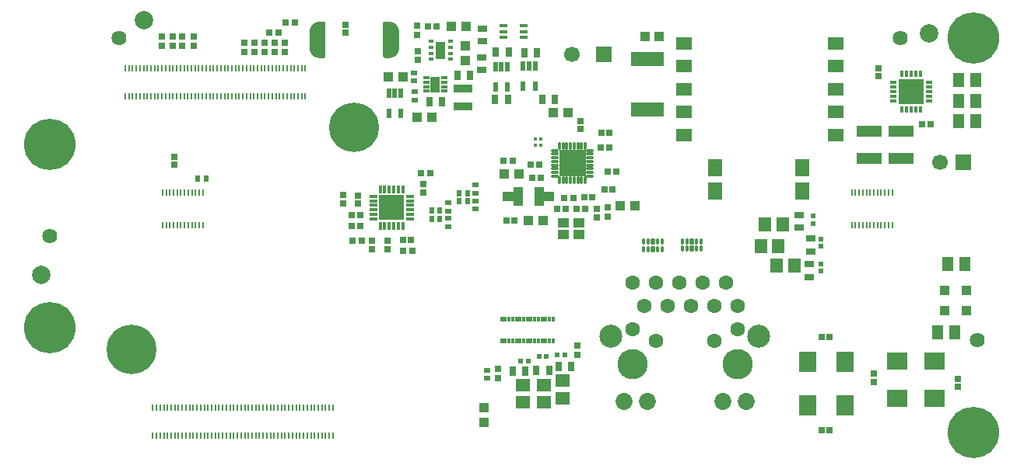
<source format=gts>
G04*
G04 #@! TF.GenerationSoftware,Altium Limited,Altium Designer,21.2.2 (38)*
G04*
G04 Layer_Color=8388736*
%FSLAX44Y44*%
%MOMM*%
G71*
G04*
G04 #@! TF.SameCoordinates,D456B635-538E-4451-A7FB-46C12EC00BC4*
G04*
G04*
G04 #@! TF.FilePolarity,Negative*
G04*
G01*
G75*
G04:AMPARAMS|DCode=41|XSize=0.5mm|YSize=0.4mm|CornerRadius=0mm|HoleSize=0mm|Usage=FLASHONLY|Rotation=180.000|XOffset=0mm|YOffset=0mm|HoleType=Round|Shape=RoundedRectangle|*
%AMROUNDEDRECTD41*
21,1,0.5000,0.4000,0,0,180.0*
21,1,0.5000,0.4000,0,0,180.0*
1,1,0.0000,-0.2500,0.2000*
1,1,0.0000,0.2500,0.2000*
1,1,0.0000,0.2500,-0.2000*
1,1,0.0000,-0.2500,-0.2000*
%
%ADD41ROUNDEDRECTD41*%
%ADD63R,0.7216X0.7216*%
%ADD64R,0.7216X0.7216*%
%ADD65R,1.0016X1.1016*%
%ADD66R,0.6516X0.7516*%
%ADD67R,0.6516X0.5516*%
%ADD68R,0.5516X0.6516*%
%ADD69R,0.8016X1.0016*%
%ADD70R,0.6216X0.6216*%
%ADD71R,1.0016X0.8016*%
%ADD72R,0.7516X0.6516*%
%ADD73R,0.3516X0.8016*%
%ADD74R,0.8016X0.3516*%
%ADD75R,2.7016X2.7016*%
%ADD76R,2.1016X0.9016*%
%ADD77R,0.6400X0.4200*%
%ADD78R,1.0400X1.7400*%
%ADD79R,2.8016X1.2516*%
%ADD80R,1.6216X1.8816*%
%ADD81R,1.4016X1.6016*%
%ADD82R,1.6016X1.4016*%
%ADD83R,0.5000X1.0000*%
%ADD84R,1.1016X1.0016*%
G04:AMPARAMS|DCode=85|XSize=1.1mm|YSize=1.9mm|CornerRadius=0.01mm|HoleSize=0mm|Usage=FLASHONLY|Rotation=180.000|XOffset=0mm|YOffset=0mm|HoleType=Round|Shape=RoundedRectangle|*
%AMROUNDEDRECTD85*
21,1,1.1000,1.8800,0,0,180.0*
21,1,1.0800,1.9000,0,0,180.0*
1,1,0.0200,-0.5400,0.9400*
1,1,0.0200,0.5400,0.9400*
1,1,0.0200,0.5400,-0.9400*
1,1,0.0200,-0.5400,-0.9400*
%
%ADD85ROUNDEDRECTD85*%
%ADD86R,0.4616X0.4216*%
%ADD87R,1.1516X1.5016*%
%ADD88R,1.8796X2.2606*%
%ADD89R,0.2500X0.7500*%
%ADD90R,0.3200X0.6000*%
%ADD91R,0.6216X0.6216*%
%ADD92R,0.9516X0.4516*%
%ADD93R,3.6616X1.5016*%
G04:AMPARAMS|DCode=94|XSize=0.34mm|YSize=0.705mm|CornerRadius=0.12mm|HoleSize=0mm|Usage=FLASHONLY|Rotation=0.000|XOffset=0mm|YOffset=0mm|HoleType=Round|Shape=RoundedRectangle|*
%AMROUNDEDRECTD94*
21,1,0.3400,0.4650,0,0,0.0*
21,1,0.1000,0.7050,0,0,0.0*
1,1,0.2400,0.0500,-0.2325*
1,1,0.2400,-0.0500,-0.2325*
1,1,0.2400,-0.0500,0.2325*
1,1,0.2400,0.0500,0.2325*
%
%ADD94ROUNDEDRECTD94*%
G04:AMPARAMS|DCode=95|XSize=0.54mm|YSize=0.705mm|CornerRadius=0.12mm|HoleSize=0mm|Usage=FLASHONLY|Rotation=0.000|XOffset=0mm|YOffset=0mm|HoleType=Round|Shape=RoundedRectangle|*
%AMROUNDEDRECTD95*
21,1,0.5400,0.4650,0,0,0.0*
21,1,0.3000,0.7050,0,0,0.0*
1,1,0.2400,0.1500,-0.2325*
1,1,0.2400,-0.1500,-0.2325*
1,1,0.2400,-0.1500,0.2325*
1,1,0.2400,0.1500,0.2325*
%
%ADD95ROUNDEDRECTD95*%
%ADD96R,1.6516X1.3716*%
%ADD97R,2.8000X2.8000*%
%ADD98R,0.4000X0.9000*%
%ADD99R,0.9000X0.4000*%
%ADD100R,1.2516X1.5516*%
%ADD101C,2.0000*%
%ADD102R,1.3016X1.1016*%
%ADD103R,1.1016X2.1016*%
%ADD104R,0.2816X0.8016*%
%ADD105R,2.2606X1.8796*%
%ADD106O,0.8524X0.3524*%
%ADD107O,0.3524X0.8524*%
%ADD108R,2.8524X2.8524*%
%ADD109R,1.1016X1.1016*%
%ADD110C,1.7000*%
%ADD111R,1.7000X1.7000*%
%ADD112O,1.1016X0.8016*%
G04:AMPARAMS|DCode=113|XSize=1.7016mm|YSize=1.0016mm|CornerRadius=0mm|HoleSize=0mm|Usage=FLASHONLY|Rotation=135.000|XOffset=0mm|YOffset=0mm|HoleType=Round|Shape=Round|*
%AMOVALD113*
21,1,0.7000,1.0016,0.0000,0.0000,135.0*
1,1,1.0016,0.2475,-0.2475*
1,1,1.0016,-0.2475,0.2475*
%
%ADD113OVALD113*%

G04:AMPARAMS|DCode=114|XSize=1.7016mm|YSize=1.0016mm|CornerRadius=0mm|HoleSize=0mm|Usage=FLASHONLY|Rotation=225.000|XOffset=0mm|YOffset=0mm|HoleType=Round|Shape=Round|*
%AMOVALD114*
21,1,0.7000,1.0016,0.0000,0.0000,225.0*
1,1,1.0016,0.2475,0.2475*
1,1,1.0016,-0.2475,-0.2475*
%
%ADD114OVALD114*%

%ADD115C,3.3016*%
%ADD116C,2.5016*%
%ADD117C,1.8516*%
%ADD118C,1.6016*%
%ADD119C,1.6256*%
%ADD120C,5.4000*%
%ADD121C,5.6016*%
%ADD122C,0.5080*%
G36*
X409322Y483507D02*
X409897Y483462D01*
X410467Y483387D01*
X411034Y483282D01*
X411594Y483147D01*
X412146Y482984D01*
X412689Y482791D01*
X413221Y482571D01*
X413741Y482323D01*
X414247Y482048D01*
X414738Y481747D01*
X415212Y481421D01*
X415669Y481071D01*
X416107Y480697D01*
X416525Y480300D01*
X416921Y479882D01*
X417295Y479445D01*
X417646Y478988D01*
X417972Y478513D01*
X418273Y478022D01*
X418548Y477516D01*
X418796Y476996D01*
X419016Y476464D01*
X419208Y475921D01*
X419372Y475369D01*
X419506Y474809D01*
X419611Y474243D01*
X419686Y473672D01*
X419732Y473098D01*
X419747Y472522D01*
Y455022D01*
X419732Y454446D01*
X419686Y453872D01*
X419611Y453301D01*
X419506Y452735D01*
X419372Y452175D01*
X419208Y451623D01*
X419016Y451080D01*
X418796Y450548D01*
X418548Y450028D01*
X418273Y449522D01*
X417972Y449031D01*
X417646Y448556D01*
X417295Y448100D01*
X416921Y447662D01*
X416525Y447244D01*
X416107Y446847D01*
X415669Y446473D01*
X415212Y446123D01*
X414738Y445797D01*
X414247Y445496D01*
X413741Y445221D01*
X413221Y444973D01*
X412689Y444753D01*
X412146Y444560D01*
X411594Y444397D01*
X411034Y444262D01*
X410467Y444157D01*
X409897Y444082D01*
X409322Y444037D01*
X408747Y444022D01*
X404247D01*
X404142Y444025D01*
X404038Y444033D01*
X403934Y444047D01*
X403831Y444066D01*
X403729Y444090D01*
X403629Y444120D01*
X403530Y444155D01*
X403433Y444195D01*
X403339Y444240D01*
X403247Y444290D01*
X403157Y444345D01*
X403071Y444404D01*
X402988Y444468D01*
X402908Y444536D01*
X402832Y444608D01*
X402760Y444684D01*
X402692Y444763D01*
X402629Y444846D01*
X402569Y444933D01*
X402515Y445022D01*
X402465Y445114D01*
X402420Y445209D01*
X402379Y445305D01*
X402345Y445404D01*
X402315Y445504D01*
X402290Y445606D01*
X402271Y445709D01*
X402258Y445813D01*
X402249Y445917D01*
X402247Y446022D01*
Y481522D01*
X402249Y481627D01*
X402258Y481731D01*
X402271Y481835D01*
X402290Y481938D01*
X402315Y482040D01*
X402345Y482140D01*
X402379Y482239D01*
X402420Y482336D01*
X402465Y482430D01*
X402515Y482522D01*
X402569Y482611D01*
X402629Y482698D01*
X402692Y482781D01*
X402760Y482860D01*
X402832Y482936D01*
X402908Y483008D01*
X402988Y483076D01*
X403071Y483140D01*
X403157Y483199D01*
X403247Y483254D01*
X403339Y483304D01*
X403433Y483349D01*
X403530Y483389D01*
X403629Y483424D01*
X403729Y483454D01*
X403831Y483478D01*
X403934Y483497D01*
X404038Y483511D01*
X404142Y483519D01*
X404247Y483522D01*
X408747D01*
X409322Y483507D01*
D02*
G37*
G36*
X337851Y483519D02*
X337956Y483511D01*
X338060Y483497D01*
X338162Y483478D01*
X338264Y483454D01*
X338365Y483424D01*
X338463Y483389D01*
X338560Y483349D01*
X338655Y483304D01*
X338747Y483254D01*
X338836Y483199D01*
X338922Y483140D01*
X339005Y483076D01*
X339085Y483008D01*
X339161Y482936D01*
X339233Y482860D01*
X339301Y482781D01*
X339365Y482698D01*
X339424Y482611D01*
X339479Y482522D01*
X339529Y482430D01*
X339574Y482336D01*
X339614Y482239D01*
X339649Y482140D01*
X339678Y482040D01*
X339703Y481938D01*
X339722Y481835D01*
X339736Y481731D01*
X339744Y481627D01*
X339747Y481522D01*
Y446022D01*
X339744Y445917D01*
X339736Y445813D01*
X339722Y445709D01*
X339703Y445606D01*
X339678Y445504D01*
X339649Y445404D01*
X339614Y445305D01*
X339574Y445209D01*
X339529Y445114D01*
X339479Y445022D01*
X339424Y444933D01*
X339365Y444846D01*
X339301Y444763D01*
X339233Y444684D01*
X339161Y444608D01*
X339085Y444536D01*
X339005Y444468D01*
X338922Y444404D01*
X338836Y444345D01*
X338747Y444290D01*
X338655Y444240D01*
X338560Y444195D01*
X338463Y444155D01*
X338365Y444120D01*
X338264Y444090D01*
X338162Y444066D01*
X338060Y444047D01*
X337956Y444033D01*
X337851Y444025D01*
X337747Y444022D01*
X333247D01*
X332671Y444037D01*
X332097Y444082D01*
X331526Y444157D01*
X330960Y444262D01*
X330400Y444397D01*
X329847Y444560D01*
X329305Y444753D01*
X328773Y444973D01*
X328253Y445221D01*
X327747Y445496D01*
X327256Y445797D01*
X326781Y446123D01*
X326324Y446473D01*
X325886Y446847D01*
X325468Y447244D01*
X325072Y447662D01*
X324698Y448100D01*
X324347Y448556D01*
X324021Y449031D01*
X323720Y449522D01*
X323446Y450028D01*
X323198Y450548D01*
X322977Y451080D01*
X322785Y451623D01*
X322621Y452175D01*
X322487Y452735D01*
X322382Y453301D01*
X322307Y453872D01*
X322262Y454446D01*
X322247Y455022D01*
Y472522D01*
X322262Y473098D01*
X322307Y473672D01*
X322382Y474243D01*
X322487Y474809D01*
X322621Y475369D01*
X322785Y475921D01*
X322977Y476464D01*
X323198Y476996D01*
X323446Y477516D01*
X323720Y478022D01*
X324021Y478513D01*
X324347Y478988D01*
X324698Y479445D01*
X325072Y479882D01*
X325468Y480300D01*
X325886Y480697D01*
X326324Y481071D01*
X326781Y481421D01*
X327256Y481747D01*
X327747Y482048D01*
X328253Y482323D01*
X328773Y482571D01*
X329305Y482791D01*
X329847Y482984D01*
X330400Y483147D01*
X330960Y483282D01*
X331526Y483387D01*
X332097Y483462D01*
X332671Y483507D01*
X333247Y483522D01*
X337747D01*
X337851Y483519D01*
D02*
G37*
G36*
X587850Y298001D02*
X587945Y297972D01*
X588034Y297924D01*
X588111Y297861D01*
X588174Y297784D01*
X588222Y297695D01*
X588251Y297600D01*
X588260Y297500D01*
Y288500D01*
X588251Y288400D01*
X588222Y288305D01*
X588174Y288216D01*
X588111Y288139D01*
X588034Y288076D01*
X587945Y288028D01*
X587850Y287999D01*
X587750Y287990D01*
X572250D01*
X572150Y287999D01*
X572055Y288028D01*
X571966Y288076D01*
X571889Y288139D01*
X571826Y288216D01*
X571778Y288305D01*
X571749Y288400D01*
X571740Y288500D01*
Y297500D01*
X571749Y297600D01*
X571778Y297695D01*
X571826Y297784D01*
X571889Y297861D01*
X571966Y297924D01*
X572055Y297972D01*
X572150Y298001D01*
X572250Y298011D01*
X587750D01*
X587850Y298001D01*
D02*
G37*
G36*
X549350D02*
X549445Y297972D01*
X549534Y297924D01*
X549611Y297861D01*
X549674Y297784D01*
X549722Y297695D01*
X549751Y297600D01*
X549761Y297500D01*
Y288500D01*
X549751Y288400D01*
X549722Y288305D01*
X549674Y288216D01*
X549611Y288139D01*
X549534Y288076D01*
X549445Y288028D01*
X549350Y287999D01*
X549250Y287990D01*
X533250D01*
X533150Y287999D01*
X533055Y288028D01*
X532966Y288076D01*
X532889Y288139D01*
X532826Y288216D01*
X532778Y288305D01*
X532749Y288400D01*
X532739Y288500D01*
Y297500D01*
X532749Y297600D01*
X532778Y297695D01*
X532826Y297784D01*
X532889Y297861D01*
X532966Y297924D01*
X533055Y297972D01*
X533150Y298001D01*
X533250Y298011D01*
X549250D01*
X549350Y298001D01*
D02*
G37*
D41*
X475348Y442584D02*
D03*
Y449084D02*
D03*
Y455584D02*
D03*
Y462084D02*
D03*
X454348D02*
D03*
Y455584D02*
D03*
Y449084D02*
D03*
Y442584D02*
D03*
D63*
X174914Y336516D02*
D03*
Y327517D02*
D03*
X616815Y366287D02*
D03*
Y375287D02*
D03*
X361750Y480500D02*
D03*
Y471500D02*
D03*
X635000Y270500D02*
D03*
Y279500D02*
D03*
X941000Y424000D02*
D03*
Y433000D02*
D03*
X439848Y442084D02*
D03*
Y451084D02*
D03*
X359042Y285286D02*
D03*
Y294286D02*
D03*
X446000Y306250D02*
D03*
Y297250D02*
D03*
X374883Y285028D02*
D03*
Y294028D02*
D03*
X1027470Y85409D02*
D03*
Y94409D02*
D03*
X936290Y91000D02*
D03*
Y100000D02*
D03*
D64*
X879250Y38000D02*
D03*
X888250D02*
D03*
X639776Y362323D02*
D03*
X648776D02*
D03*
X545250Y267000D02*
D03*
X536250D02*
D03*
X432631Y245268D02*
D03*
X423631D02*
D03*
X368500Y260500D02*
D03*
X377500D02*
D03*
X652000Y300750D02*
D03*
X643000D02*
D03*
X629950Y292250D02*
D03*
X620950D02*
D03*
X564859Y313040D02*
D03*
X573859D02*
D03*
X562977Y327674D02*
D03*
X571977D02*
D03*
X648346Y346329D02*
D03*
X639346D02*
D03*
X655597Y320250D02*
D03*
X646597D02*
D03*
X600730Y279250D02*
D03*
X591730D02*
D03*
X613230D02*
D03*
X622230D02*
D03*
X888250Y140100D02*
D03*
X879250D02*
D03*
X997995Y371844D02*
D03*
X988995D02*
D03*
D65*
X587139Y384379D02*
D03*
X603139D02*
D03*
X424250Y423000D02*
D03*
X408250D02*
D03*
X439000Y379750D02*
D03*
X455000D02*
D03*
X476500Y478000D02*
D03*
X492500D02*
D03*
X560500Y267000D02*
D03*
X576500D02*
D03*
X687000Y467500D02*
D03*
X703000D02*
D03*
X676000Y283000D02*
D03*
X660000D02*
D03*
X534037Y317180D02*
D03*
X550037D02*
D03*
D66*
X453250Y318601D02*
D03*
X443250D02*
D03*
X434000Y233500D02*
D03*
X424000D02*
D03*
X296239Y482470D02*
D03*
X306239D02*
D03*
X288196Y471498D02*
D03*
X278196D02*
D03*
X450750Y478500D02*
D03*
X460750D02*
D03*
X533250Y332250D02*
D03*
X543250D02*
D03*
X367750Y272500D02*
D03*
X377750D02*
D03*
X379000Y244500D02*
D03*
X369000D02*
D03*
X609564Y291598D02*
D03*
X599564D02*
D03*
D67*
X515388Y94540D02*
D03*
Y103540D02*
D03*
X436750Y398250D02*
D03*
Y407250D02*
D03*
X436140Y418761D02*
D03*
Y427761D02*
D03*
X502631Y279268D02*
D03*
Y288268D02*
D03*
Y305268D02*
D03*
Y296268D02*
D03*
X472750Y277250D02*
D03*
Y286250D02*
D03*
Y260250D02*
D03*
Y269250D02*
D03*
D68*
X209500Y312500D02*
D03*
X200500D02*
D03*
X464250Y277750D02*
D03*
X455250D02*
D03*
X494131Y296768D02*
D03*
X485131D02*
D03*
X494131Y287768D02*
D03*
X485131D02*
D03*
X464250Y268750D02*
D03*
X455250D02*
D03*
D69*
X583000Y103000D02*
D03*
X569000D02*
D03*
X593000Y107500D02*
D03*
X607000D02*
D03*
X466500Y396000D02*
D03*
X452500D02*
D03*
X483049Y425000D02*
D03*
X497049D02*
D03*
X538921Y450539D02*
D03*
X524921D02*
D03*
X538001Y398500D02*
D03*
X524001D02*
D03*
X575250Y398750D02*
D03*
X589250D02*
D03*
X569750Y449607D02*
D03*
X555750D02*
D03*
X543150Y102235D02*
D03*
X557150D02*
D03*
D70*
X870000Y271500D02*
D03*
Y263500D02*
D03*
X878425Y238514D02*
D03*
Y246514D02*
D03*
X879000Y211750D02*
D03*
Y219750D02*
D03*
D71*
X855311Y258885D02*
D03*
Y272885D02*
D03*
X867500Y247000D02*
D03*
Y233000D02*
D03*
X866250Y219250D02*
D03*
Y205250D02*
D03*
X509455Y430750D02*
D03*
Y444750D02*
D03*
X510455Y475965D02*
D03*
Y461964D02*
D03*
D72*
X613855Y130011D02*
D03*
Y120011D02*
D03*
X527363Y94970D02*
D03*
Y104971D02*
D03*
X262500Y450500D02*
D03*
Y460500D02*
D03*
X273500Y450500D02*
D03*
Y460500D02*
D03*
X284750Y450500D02*
D03*
Y460500D02*
D03*
X251500Y450500D02*
D03*
Y460500D02*
D03*
X295500Y450500D02*
D03*
Y460500D02*
D03*
X184000Y467000D02*
D03*
Y457000D02*
D03*
X196000Y467000D02*
D03*
Y457000D02*
D03*
X173000Y467500D02*
D03*
Y457500D02*
D03*
X161500Y467500D02*
D03*
Y457500D02*
D03*
X647000Y280750D02*
D03*
Y270750D02*
D03*
X439500Y469000D02*
D03*
Y479000D02*
D03*
X390131Y245018D02*
D03*
Y235018D02*
D03*
X407381Y245018D02*
D03*
Y235018D02*
D03*
D73*
X967000Y388000D02*
D03*
X972000D02*
D03*
X977000D02*
D03*
X982000D02*
D03*
X987000D02*
D03*
Y427000D02*
D03*
X982000D02*
D03*
X977000D02*
D03*
X972000D02*
D03*
X967000D02*
D03*
D74*
X996500Y397500D02*
D03*
Y402500D02*
D03*
Y407500D02*
D03*
Y412500D02*
D03*
Y417500D02*
D03*
X957500D02*
D03*
Y412500D02*
D03*
Y407500D02*
D03*
Y402500D02*
D03*
Y397500D02*
D03*
D75*
X977000Y407500D02*
D03*
D76*
X489000Y391000D02*
D03*
Y411000D02*
D03*
D77*
X468500Y407750D02*
D03*
Y412750D02*
D03*
Y417750D02*
D03*
Y422750D02*
D03*
X449500Y407750D02*
D03*
Y412750D02*
D03*
Y417750D02*
D03*
Y422750D02*
D03*
D78*
X459000Y415250D02*
D03*
D79*
X966250Y334500D02*
D03*
Y364500D02*
D03*
X931500D02*
D03*
Y334500D02*
D03*
D80*
X858580Y298550D02*
D03*
Y323950D02*
D03*
X763380Y298550D02*
D03*
Y323950D02*
D03*
D81*
X832500Y239000D02*
D03*
X813500D02*
D03*
X849500Y217500D02*
D03*
X830500D02*
D03*
X818000Y262500D02*
D03*
X837000D02*
D03*
D82*
X597500Y92000D02*
D03*
Y73000D02*
D03*
X577000Y87500D02*
D03*
Y68500D02*
D03*
X554250Y87500D02*
D03*
Y68500D02*
D03*
D83*
X524501Y412500D02*
D03*
Y434500D02*
D03*
X537501Y412500D02*
D03*
Y434500D02*
D03*
X531001D02*
D03*
X408500Y383500D02*
D03*
Y405500D02*
D03*
X421500Y383500D02*
D03*
Y405500D02*
D03*
X415000D02*
D03*
X554750Y413251D02*
D03*
Y435251D02*
D03*
X567750Y413251D02*
D03*
Y435251D02*
D03*
X561250D02*
D03*
D84*
X492107Y457016D02*
D03*
Y441016D02*
D03*
X512500Y63000D02*
D03*
Y47000D02*
D03*
D85*
X464848Y452334D02*
D03*
D86*
X568219Y348924D02*
D03*
X573819D02*
D03*
X568200Y355500D02*
D03*
X573800D02*
D03*
D87*
X1047500Y420000D02*
D03*
X1028500D02*
D03*
Y375000D02*
D03*
X1047500D02*
D03*
X1028500Y397000D02*
D03*
X1047500D02*
D03*
D88*
X904570Y112750D02*
D03*
X863930D02*
D03*
X905300Y65529D02*
D03*
X864660D02*
D03*
D89*
X162229Y297250D02*
D03*
X166229D02*
D03*
X170229D02*
D03*
X174230D02*
D03*
X178230D02*
D03*
X182229D02*
D03*
X186229D02*
D03*
X190229D02*
D03*
X194230D02*
D03*
X198230D02*
D03*
X202229D02*
D03*
X206229D02*
D03*
X162229Y261751D02*
D03*
X166229D02*
D03*
X170229D02*
D03*
X174230D02*
D03*
X178230D02*
D03*
X182229D02*
D03*
X186229D02*
D03*
X190229D02*
D03*
X194230D02*
D03*
X198230D02*
D03*
X202229D02*
D03*
X206229D02*
D03*
X956230Y261750D02*
D03*
X952230D02*
D03*
X948230D02*
D03*
X944230D02*
D03*
X940230D02*
D03*
X936230D02*
D03*
X932230D02*
D03*
X928230D02*
D03*
X924230D02*
D03*
X920230D02*
D03*
X916230D02*
D03*
X912230D02*
D03*
X956230Y297250D02*
D03*
X952230D02*
D03*
X948230D02*
D03*
X944230D02*
D03*
X940230D02*
D03*
X936230D02*
D03*
X932230D02*
D03*
X928230D02*
D03*
X924230D02*
D03*
X920230D02*
D03*
X916230D02*
D03*
X912230D02*
D03*
D90*
X551230Y135120D02*
D03*
X547229D02*
D03*
X531230Y159121D02*
D03*
X535229D02*
D03*
X539230D02*
D03*
X543229D02*
D03*
X547229D02*
D03*
X551230D02*
D03*
X555229D02*
D03*
X559230D02*
D03*
X563229D02*
D03*
X567229D02*
D03*
X571230D02*
D03*
X575229D02*
D03*
X579230D02*
D03*
X583229D02*
D03*
X587229D02*
D03*
Y135120D02*
D03*
X583229D02*
D03*
X579230D02*
D03*
X575229D02*
D03*
X571230D02*
D03*
X567229D02*
D03*
X563229D02*
D03*
X559230D02*
D03*
X555229D02*
D03*
X543229D02*
D03*
X539230D02*
D03*
X535229D02*
D03*
X531230D02*
D03*
D91*
X592000Y120000D02*
D03*
X600000D02*
D03*
X560263Y113788D02*
D03*
X552263D02*
D03*
X580000Y119000D02*
D03*
X572000D02*
D03*
D92*
X533455Y466250D02*
D03*
Y472750D02*
D03*
Y479250D02*
D03*
X555455D02*
D03*
Y472750D02*
D03*
Y466250D02*
D03*
D93*
X690000Y387900D02*
D03*
Y442500D02*
D03*
D94*
X686000Y235575D02*
D03*
X691000D02*
D03*
X701000D02*
D03*
X706000D02*
D03*
Y243925D02*
D03*
X701000D02*
D03*
X691000D02*
D03*
X686000D02*
D03*
X728250Y235900D02*
D03*
X733250D02*
D03*
X743250D02*
D03*
X748250D02*
D03*
Y244250D02*
D03*
X743250D02*
D03*
X733250D02*
D03*
X728250D02*
D03*
D95*
X696000Y235575D02*
D03*
Y243925D02*
D03*
X738250Y235900D02*
D03*
Y244250D02*
D03*
D96*
X895000Y360000D02*
D03*
Y385000D02*
D03*
Y410000D02*
D03*
Y435000D02*
D03*
Y460000D02*
D03*
X729500Y360000D02*
D03*
Y385000D02*
D03*
Y410000D02*
D03*
Y435000D02*
D03*
Y460000D02*
D03*
D97*
X411631Y280768D02*
D03*
D98*
X399131Y300768D02*
D03*
X404131D02*
D03*
X409131D02*
D03*
X414131D02*
D03*
X419131D02*
D03*
X424131D02*
D03*
Y260768D02*
D03*
X419131D02*
D03*
X414131D02*
D03*
X409131D02*
D03*
X404131D02*
D03*
X399131D02*
D03*
D99*
X431631Y293268D02*
D03*
Y288268D02*
D03*
Y283268D02*
D03*
Y278268D02*
D03*
Y273268D02*
D03*
Y268268D02*
D03*
X391631D02*
D03*
Y273268D02*
D03*
Y278268D02*
D03*
Y283268D02*
D03*
Y288268D02*
D03*
Y293268D02*
D03*
D100*
X1006068Y144950D02*
D03*
X1024068D02*
D03*
X1017000Y219240D02*
D03*
X1035000D02*
D03*
D101*
X30000Y207500D02*
D03*
X142500Y485000D02*
D03*
X996195Y470714D02*
D03*
D102*
X598230Y251250D02*
D03*
X615230Y264250D02*
D03*
X598230D02*
D03*
X615230Y251250D02*
D03*
D103*
X549250Y293000D02*
D03*
X572250D02*
D03*
D104*
X317750Y402100D02*
D03*
X313750D02*
D03*
X309750D02*
D03*
X305750D02*
D03*
X301750D02*
D03*
X297750D02*
D03*
X293750D02*
D03*
X289750D02*
D03*
X285750D02*
D03*
X281750D02*
D03*
X277750D02*
D03*
X273750D02*
D03*
X269750D02*
D03*
X265750D02*
D03*
X261750D02*
D03*
X257750D02*
D03*
X253750D02*
D03*
X249750D02*
D03*
X245750D02*
D03*
X241750D02*
D03*
X237750D02*
D03*
X233750D02*
D03*
X229750D02*
D03*
X225750D02*
D03*
X221750D02*
D03*
X217750D02*
D03*
X213750D02*
D03*
X209750D02*
D03*
X205750D02*
D03*
X201750D02*
D03*
X197750D02*
D03*
X193750D02*
D03*
X189750D02*
D03*
X185750D02*
D03*
X181750D02*
D03*
X177750D02*
D03*
X173750D02*
D03*
X169750D02*
D03*
X165750D02*
D03*
X161750D02*
D03*
X157750D02*
D03*
X153750D02*
D03*
X149750D02*
D03*
X145750D02*
D03*
X141750D02*
D03*
X137750D02*
D03*
X133750D02*
D03*
X129750D02*
D03*
X125750D02*
D03*
X121750D02*
D03*
X317750Y432900D02*
D03*
X313750D02*
D03*
X309750D02*
D03*
X305750D02*
D03*
X301750D02*
D03*
X297750D02*
D03*
X293750D02*
D03*
X289750D02*
D03*
X285750D02*
D03*
X281750D02*
D03*
X277750D02*
D03*
X273750D02*
D03*
X269750D02*
D03*
X265750D02*
D03*
X261750D02*
D03*
X257750D02*
D03*
X253750D02*
D03*
X249750D02*
D03*
X245750D02*
D03*
X241750D02*
D03*
X237750D02*
D03*
X233750D02*
D03*
X229750D02*
D03*
X225750D02*
D03*
X221750D02*
D03*
X217750D02*
D03*
X213750D02*
D03*
X209750D02*
D03*
X205750D02*
D03*
X201750D02*
D03*
X197750D02*
D03*
X193750D02*
D03*
X189750D02*
D03*
X185750D02*
D03*
X181750D02*
D03*
X177750D02*
D03*
X173750D02*
D03*
X169750D02*
D03*
X165750D02*
D03*
X161750D02*
D03*
X157750D02*
D03*
X153750D02*
D03*
X149750D02*
D03*
X145750D02*
D03*
X141750D02*
D03*
X137750D02*
D03*
X133750D02*
D03*
X129750D02*
D03*
X125750D02*
D03*
X121750D02*
D03*
X347750Y32100D02*
D03*
X343750D02*
D03*
X339750D02*
D03*
X335750D02*
D03*
X331750D02*
D03*
X327750D02*
D03*
X323750D02*
D03*
X319750D02*
D03*
X315750D02*
D03*
X311750D02*
D03*
X307750D02*
D03*
X303750D02*
D03*
X299750D02*
D03*
X295750D02*
D03*
X291750D02*
D03*
X287750D02*
D03*
X283750D02*
D03*
X279750D02*
D03*
X275750D02*
D03*
X271750D02*
D03*
X267750D02*
D03*
X263750D02*
D03*
X259750D02*
D03*
X255750D02*
D03*
X251750D02*
D03*
X247750D02*
D03*
X243750D02*
D03*
X239750D02*
D03*
X235750D02*
D03*
X231750D02*
D03*
X227750D02*
D03*
X223750D02*
D03*
X219750D02*
D03*
X215750D02*
D03*
X211750D02*
D03*
X207750D02*
D03*
X203750D02*
D03*
X199750D02*
D03*
X195750D02*
D03*
X191750D02*
D03*
X187750D02*
D03*
X183750D02*
D03*
X179750D02*
D03*
X175750D02*
D03*
X171750D02*
D03*
X167750D02*
D03*
X163750D02*
D03*
X159750D02*
D03*
X155750D02*
D03*
X151750D02*
D03*
X347750Y62900D02*
D03*
X343750D02*
D03*
X339750D02*
D03*
X335750D02*
D03*
X331750D02*
D03*
X327750D02*
D03*
X323750D02*
D03*
X319750D02*
D03*
X315750D02*
D03*
X311750D02*
D03*
X307750D02*
D03*
X303750D02*
D03*
X299750D02*
D03*
X295750D02*
D03*
X291750D02*
D03*
X287750D02*
D03*
X283750D02*
D03*
X279750D02*
D03*
X275750D02*
D03*
X271750D02*
D03*
X267750D02*
D03*
X263750D02*
D03*
X259750D02*
D03*
X255750D02*
D03*
X251750D02*
D03*
X247750D02*
D03*
X243750D02*
D03*
X239750D02*
D03*
X235750D02*
D03*
X231750D02*
D03*
X227750D02*
D03*
X223750D02*
D03*
X219750D02*
D03*
X215750D02*
D03*
X211750D02*
D03*
X207750D02*
D03*
X203750D02*
D03*
X199750D02*
D03*
X195750D02*
D03*
X191750D02*
D03*
X187750D02*
D03*
X183750D02*
D03*
X179750D02*
D03*
X175750D02*
D03*
X171750D02*
D03*
X167750D02*
D03*
X163750D02*
D03*
X159750D02*
D03*
X155750D02*
D03*
X151750D02*
D03*
D105*
X962000Y72680D02*
D03*
Y113320D02*
D03*
X1002000Y72680D02*
D03*
Y113320D02*
D03*
D106*
X626980Y315250D02*
D03*
Y319250D02*
D03*
Y323250D02*
D03*
Y327250D02*
D03*
Y331250D02*
D03*
Y335250D02*
D03*
Y339250D02*
D03*
Y343250D02*
D03*
X589480D02*
D03*
Y339250D02*
D03*
Y335250D02*
D03*
Y331250D02*
D03*
Y327250D02*
D03*
Y323250D02*
D03*
Y319250D02*
D03*
Y315250D02*
D03*
D107*
X622230Y348000D02*
D03*
X618230D02*
D03*
X614230D02*
D03*
X610230D02*
D03*
X606230D02*
D03*
X602230D02*
D03*
X598230D02*
D03*
X594230D02*
D03*
Y310500D02*
D03*
X598230D02*
D03*
X602230D02*
D03*
X606230D02*
D03*
X610230D02*
D03*
X614230D02*
D03*
X618230D02*
D03*
X622230D02*
D03*
D108*
X608230Y329250D02*
D03*
D109*
X1013730Y168500D02*
D03*
Y190500D02*
D03*
X1036730Y168500D02*
D03*
Y190500D02*
D03*
D110*
X607500Y447750D02*
D03*
X1008500Y330000D02*
D03*
D111*
X642500Y447750D02*
D03*
X1033500Y330000D02*
D03*
D112*
X333247Y463772D02*
D03*
X408747D02*
D03*
D113*
X331047Y452772D02*
D03*
X410947Y474772D02*
D03*
D114*
Y452772D02*
D03*
X331047Y474772D02*
D03*
D115*
X673545Y109810D02*
D03*
X787845D02*
D03*
D116*
X650050Y140310D02*
D03*
X811340D02*
D03*
D117*
X664395Y69210D02*
D03*
X689795D02*
D03*
X771595D02*
D03*
X796995D02*
D03*
D118*
X673545Y148110D02*
D03*
X698945Y135410D02*
D03*
X762445D02*
D03*
X787845Y148110D02*
D03*
X673545Y198710D02*
D03*
X698945D02*
D03*
X724345D02*
D03*
X749745D02*
D03*
X775145D02*
D03*
X787845Y173310D02*
D03*
X762445D02*
D03*
X737045D02*
D03*
X711645D02*
D03*
X686245D02*
D03*
D119*
X115000Y466000D02*
D03*
X40000Y250000D02*
D03*
X965000Y466000D02*
D03*
X1048500Y136000D02*
D03*
D120*
X370750Y368500D02*
D03*
X128750Y126500D02*
D03*
D121*
X40000Y150000D02*
D03*
Y350000D02*
D03*
X1045000Y36000D02*
D03*
Y466000D02*
D03*
D122*
X972000Y412500D02*
D03*
X972000Y402500D02*
D03*
X982000Y402500D02*
D03*
X982000Y412500D02*
D03*
X459000Y420250D02*
D03*
Y410250D02*
D03*
X613230Y324250D02*
D03*
X603230D02*
D03*
X613230Y334250D02*
D03*
X603230D02*
D03*
M02*

</source>
